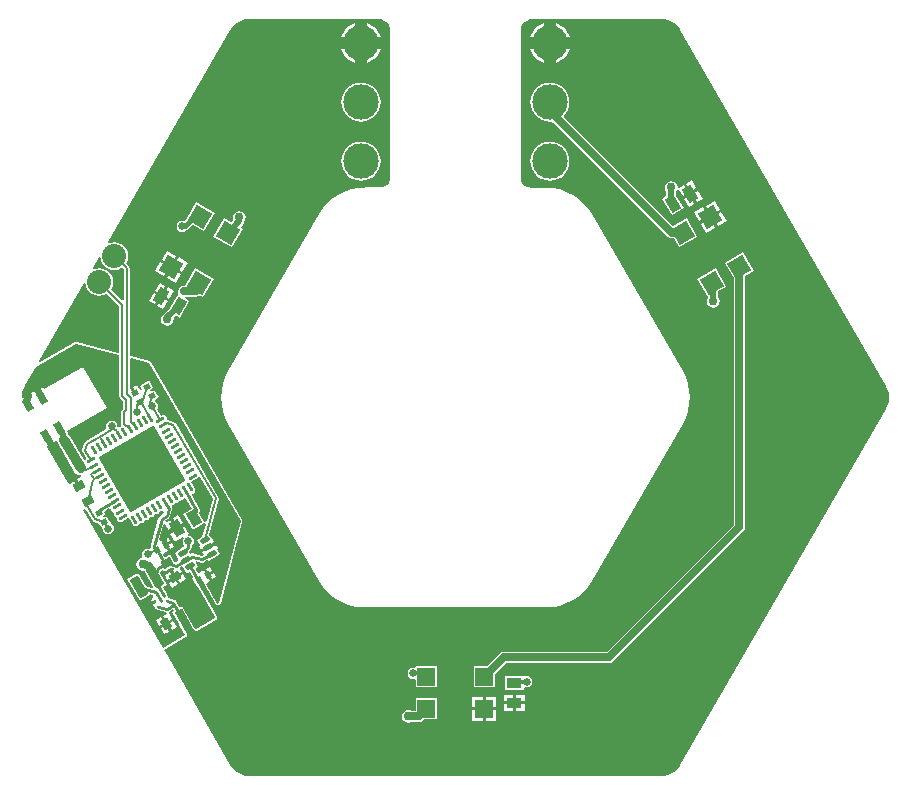
<source format=gtl>
G04*
G04 #@! TF.GenerationSoftware,Altium Limited,CircuitStudio,1.5.2 (30)*
G04*
G04 Layer_Physical_Order=1*
G04 Layer_Color=6120410*
%FSLAX24Y24*%
%MOIN*%
G70*
G01*
G75*
%ADD10R,0.0591X0.0591*%
G04:AMPARAMS|DCode=11|XSize=39.4mil|YSize=23.6mil|CornerRadius=0mil|HoleSize=0mil|Usage=FLASHONLY|Rotation=120.000|XOffset=0mil|YOffset=0mil|HoleType=Round|Shape=Rectangle|*
%AMROTATEDRECTD11*
4,1,4,0.0201,-0.0111,-0.0004,-0.0230,-0.0201,0.0111,0.0004,0.0230,0.0201,-0.0111,0.0*
%
%ADD11ROTATEDRECTD11*%

G04:AMPARAMS|DCode=12|XSize=51.2mil|YSize=33.5mil|CornerRadius=0mil|HoleSize=0mil|Usage=FLASHONLY|Rotation=120.000|XOffset=0mil|YOffset=0mil|HoleType=Round|Shape=Rectangle|*
%AMROTATEDRECTD12*
4,1,4,0.0273,-0.0138,-0.0017,-0.0305,-0.0273,0.0138,0.0017,0.0305,0.0273,-0.0138,0.0*
%
%ADD12ROTATEDRECTD12*%

G04:AMPARAMS|DCode=13|XSize=17.7mil|YSize=31.5mil|CornerRadius=0mil|HoleSize=0mil|Usage=FLASHONLY|Rotation=300.000|XOffset=0mil|YOffset=0mil|HoleType=Round|Shape=Rectangle|*
%AMROTATEDRECTD13*
4,1,4,-0.0181,-0.0002,0.0092,0.0155,0.0181,0.0002,-0.0092,-0.0155,-0.0181,-0.0002,0.0*
%
%ADD13ROTATEDRECTD13*%

G04:AMPARAMS|DCode=14|XSize=21.7mil|YSize=17.7mil|CornerRadius=0mil|HoleSize=0mil|Usage=FLASHONLY|Rotation=300.000|XOffset=0mil|YOffset=0mil|HoleType=Round|Shape=Rectangle|*
%AMROTATEDRECTD14*
4,1,4,-0.0131,0.0049,0.0023,0.0138,0.0131,-0.0049,-0.0023,-0.0138,-0.0131,0.0049,0.0*
%
%ADD14ROTATEDRECTD14*%

%ADD15C,0.0110*%
G04:AMPARAMS|DCode=16|XSize=35.4mil|YSize=27.6mil|CornerRadius=0mil|HoleSize=0mil|Usage=FLASHONLY|Rotation=120.000|XOffset=0mil|YOffset=0mil|HoleType=Round|Shape=Rectangle|*
%AMROTATEDRECTD16*
4,1,4,0.0208,-0.0085,-0.0031,-0.0222,-0.0208,0.0085,0.0031,0.0222,0.0208,-0.0085,0.0*
%
%ADD16ROTATEDRECTD16*%

G04:AMPARAMS|DCode=17|XSize=35.4mil|YSize=27.6mil|CornerRadius=0mil|HoleSize=0mil|Usage=FLASHONLY|Rotation=210.000|XOffset=0mil|YOffset=0mil|HoleType=Round|Shape=Rectangle|*
%AMROTATEDRECTD17*
4,1,4,0.0085,0.0208,0.0222,-0.0031,-0.0085,-0.0208,-0.0222,0.0031,0.0085,0.0208,0.0*
%
%ADD17ROTATEDRECTD17*%

G04:AMPARAMS|DCode=18|XSize=70.9mil|YSize=31.5mil|CornerRadius=0mil|HoleSize=0mil|Usage=FLASHONLY|Rotation=120.000|XOffset=0mil|YOffset=0mil|HoleType=Round|Shape=Rectangle|*
%AMROTATEDRECTD18*
4,1,4,0.0314,-0.0228,0.0041,-0.0386,-0.0314,0.0228,-0.0041,0.0386,0.0314,-0.0228,0.0*
%
%ADD18ROTATEDRECTD18*%

G04:AMPARAMS|DCode=19|XSize=21.7mil|YSize=17.7mil|CornerRadius=0mil|HoleSize=0mil|Usage=FLASHONLY|Rotation=30.000|XOffset=0mil|YOffset=0mil|HoleType=Round|Shape=Rectangle|*
%AMROTATEDRECTD19*
4,1,4,-0.0049,-0.0131,-0.0138,0.0023,0.0049,0.0131,0.0138,-0.0023,-0.0049,-0.0131,0.0*
%
%ADD19ROTATEDRECTD19*%

G04:AMPARAMS|DCode=20|XSize=9.8mil|YSize=35.4mil|CornerRadius=0mil|HoleSize=0mil|Usage=FLASHONLY|Rotation=120.000|XOffset=0mil|YOffset=0mil|HoleType=Round|Shape=Round|*
%AMOVALD20*
21,1,0.0256,0.0098,0.0000,0.0000,210.0*
1,1,0.0098,0.0111,0.0064*
1,1,0.0098,-0.0111,-0.0064*
%
%ADD20OVALD20*%

G04:AMPARAMS|DCode=21|XSize=9.8mil|YSize=35.4mil|CornerRadius=0mil|HoleSize=0mil|Usage=FLASHONLY|Rotation=30.000|XOffset=0mil|YOffset=0mil|HoleType=Round|Shape=Round|*
%AMOVALD21*
21,1,0.0256,0.0098,0.0000,0.0000,120.0*
1,1,0.0098,0.0064,-0.0111*
1,1,0.0098,-0.0064,0.0111*
%
%ADD21OVALD21*%

%ADD22P,0.3007X4X75.0*%
%ADD23P,0.0835X4X165.0*%
%ADD24P,0.0835X4X285.0*%
G04:AMPARAMS|DCode=25|XSize=51.2mil|YSize=33.5mil|CornerRadius=0mil|HoleSize=0mil|Usage=FLASHONLY|Rotation=240.000|XOffset=0mil|YOffset=0mil|HoleType=Round|Shape=Rectangle|*
%AMROTATEDRECTD25*
4,1,4,-0.0017,0.0305,0.0273,0.0138,0.0017,-0.0305,-0.0273,-0.0138,-0.0017,0.0305,0.0*
%
%ADD25ROTATEDRECTD25*%

%ADD26R,0.0512X0.0335*%
%ADD27C,0.0250*%
%ADD28C,0.0236*%
%ADD29C,0.0120*%
%ADD30C,0.0080*%
%ADD31C,0.0150*%
%ADD32C,0.0100*%
%ADD33C,0.0200*%
%ADD34C,0.0344*%
%ADD35C,0.1181*%
%ADD36C,0.0240*%
%ADD37C,0.0803*%
%ADD38C,0.0250*%
%ADD39C,0.0300*%
G36*
X367081Y340642D02*
X367495Y339926D01*
X367295Y339181D01*
X367283Y339176D01*
X367241Y339171D01*
X367224Y339168D01*
X367207Y339171D01*
X367202Y339171D01*
X367043Y339448D01*
X367066Y339535D01*
X367066Y339535D01*
X367069Y339579D01*
X367055Y339620D01*
X367055Y339620D01*
X366807Y340051D01*
X366818Y340078D01*
X366835Y340102D01*
X366868Y340113D01*
X366901Y340142D01*
X366920Y340181D01*
X366923Y340224D01*
X366909Y340266D01*
X366797Y340460D01*
X366790Y340497D01*
X366814Y340525D01*
X367009Y340638D01*
X367020Y340648D01*
X367081Y340642D01*
D02*
G37*
G36*
X362321Y341847D02*
X362344Y341779D01*
X362894Y340826D01*
X362954Y340757D01*
X363037Y340716D01*
X363110Y340711D01*
X363122Y340660D01*
X362977Y340577D01*
X363096Y340371D01*
X363009Y340321D01*
X362891Y340527D01*
X362735Y340437D01*
X362667Y340454D01*
X361975Y341654D01*
X361987Y341702D01*
X362266Y341863D01*
X362269Y341863D01*
X362321Y341847D01*
D02*
G37*
G36*
X364084Y339603D02*
X364108Y339586D01*
X364120Y339553D01*
X364148Y339520D01*
X364187Y339501D01*
X364206Y339450D01*
X364204Y339424D01*
X364218Y339382D01*
X364247Y339350D01*
X364270Y339338D01*
X364293Y339312D01*
X364304Y339279D01*
X364303Y339253D01*
X364317Y339212D01*
X364345Y339179D01*
X364384Y339160D01*
X364428Y339157D01*
X364469Y339171D01*
X364663Y339284D01*
X364700Y339291D01*
X364729Y339266D01*
X364841Y339072D01*
X364870Y339039D01*
X364909Y339020D01*
X364952Y339017D01*
X364993Y339031D01*
X365026Y339059D01*
X365045Y339098D01*
X365087Y339118D01*
X365122Y339115D01*
X365164Y339129D01*
X365196Y339158D01*
X365215Y339197D01*
X365267Y339215D01*
X365293Y339214D01*
X365334Y339228D01*
X365367Y339256D01*
X365386Y339295D01*
X365428Y339314D01*
X365463Y339312D01*
X365504Y339326D01*
X365537Y339355D01*
X365549Y339378D01*
X365590Y339413D01*
X365634Y339410D01*
X365675Y339424D01*
X365708Y339453D01*
X365727Y339492D01*
X365778Y339511D01*
X365804Y339509D01*
X365844Y339522D01*
X365853Y339518D01*
X365888Y339493D01*
X365874Y339443D01*
X365741Y339367D01*
X365708Y339338D01*
X365689Y339299D01*
Y339299D01*
X365446Y338391D01*
X365446Y338391D01*
X365443Y338348D01*
X365448Y338333D01*
X365424Y338290D01*
X365387Y338254D01*
X365331Y338265D01*
X365259Y338251D01*
X365198Y338210D01*
X365157Y338149D01*
X365143Y338077D01*
X365155Y338015D01*
X365147Y337989D01*
X365127Y337959D01*
X365089Y337951D01*
X365020Y337905D01*
X364974Y337835D01*
X364957Y337753D01*
X364974Y337672D01*
X365020Y337602D01*
X365089Y337556D01*
X365171Y337539D01*
X365202Y337545D01*
X365515Y337003D01*
X365485Y336963D01*
X365282Y337017D01*
X365026Y337460D01*
X364650Y337242D01*
X365064Y336525D01*
X365441Y336742D01*
X365441D01*
Y336742D01*
X365486Y336730D01*
X365512Y336723D01*
X365526Y336697D01*
X365515Y336644D01*
X365468Y336603D01*
X365441Y336548D01*
X365437Y336486D01*
X365440Y336476D01*
X365569Y336550D01*
X365619Y336464D01*
X365490Y336390D01*
X365497Y336382D01*
X365553Y336354D01*
X365576Y336328D01*
X365576Y336321D01*
X365590Y336278D01*
X365621Y336244D01*
X365662Y336223D01*
X365688Y336222D01*
X365954Y336150D01*
X365954Y336150D01*
X365957Y336150D01*
X365969Y336099D01*
X365857Y336034D01*
X365970Y335838D01*
X366133Y335932D01*
X366032Y336107D01*
X366035Y336136D01*
X366046Y336166D01*
X366184Y336246D01*
X366213Y336194D01*
X366139Y336151D01*
X366376Y335741D01*
X366376D01*
X366389Y335737D01*
X366593Y335385D01*
X365844Y334952D01*
X363194Y339542D01*
X363222Y339579D01*
X363232Y339584D01*
X363280Y339571D01*
X363498Y339193D01*
X363498Y339193D01*
X363525Y339163D01*
X363560Y339145D01*
X363713Y339104D01*
X363808Y338941D01*
X363808Y338941D01*
X363808Y338941D01*
X363843Y338904D01*
X363851Y338867D01*
X363892Y338806D01*
X363953Y338765D01*
X364025Y338751D01*
X364097Y338765D01*
X364158Y338806D01*
X364199Y338867D01*
X364214Y338939D01*
X364199Y339011D01*
X364158Y339073D01*
X364097Y339113D01*
X364097Y339114D01*
X363951Y339366D01*
X363848Y339307D01*
X363841Y339311D01*
X363839Y339368D01*
X363922Y339416D01*
X363887Y339476D01*
X363900Y339524D01*
X364057Y339615D01*
X364084Y339603D01*
D02*
G37*
G36*
X366638Y337436D02*
X366729Y337489D01*
X366831Y337313D01*
X366824Y337290D01*
X366824Y337290D01*
X366993Y336998D01*
X366993D01*
X367008Y336994D01*
X367581Y336002D01*
X367566Y335946D01*
X366950Y335591D01*
X366902Y335604D01*
X366711Y335934D01*
X366719Y335938D01*
X366482Y336349D01*
X366438Y336324D01*
X366390Y336337D01*
X366322Y336455D01*
X366322Y336455D01*
X366292Y336508D01*
X366292Y336508D01*
X366263Y336541D01*
X366243Y336550D01*
X366223Y336560D01*
X366223D01*
X366042Y336609D01*
X366018Y336620D01*
X366002Y336647D01*
X366005Y336693D01*
X365991Y336736D01*
X365973Y336756D01*
X365846Y336976D01*
X365986Y337057D01*
X365749Y337467D01*
X365768Y337536D01*
X365800Y337555D01*
X365848Y337542D01*
X365873Y337498D01*
X366113Y337637D01*
X366202Y337613D01*
X366209Y337559D01*
X366180Y337542D01*
X366274Y337379D01*
X366471Y337493D01*
X366408Y337601D01*
X366421Y337649D01*
X366492Y337690D01*
X366638Y337436D01*
D02*
G37*
G36*
X365383Y344452D02*
X368430Y339173D01*
X367698Y336441D01*
X367649Y336434D01*
X367280Y337074D01*
X367281Y337083D01*
X367282Y337091D01*
X367304Y337132D01*
X367304Y337132D01*
X367405Y337190D01*
X367301Y337371D01*
X367197Y337551D01*
X367083Y337485D01*
X367083Y337485D01*
Y337485D01*
X367082Y337485D01*
X367077Y337482D01*
D01*
X367077Y337482D01*
X367076Y337480D01*
X367058Y337464D01*
X366995Y337477D01*
X366941Y337571D01*
X366954Y337619D01*
X367015Y337654D01*
X366928Y337804D01*
X366958Y337844D01*
X367127Y337799D01*
X367127Y337799D01*
X367170Y337796D01*
X367170D01*
X367212Y337810D01*
X367212Y337810D01*
X367322Y337874D01*
X367370Y337861D01*
X367371Y337860D01*
X367748Y338077D01*
X367640Y338264D01*
X367674Y338284D01*
X367605Y338404D01*
X367382Y338275D01*
X367159Y338147D01*
X367206Y338065D01*
X367140Y338027D01*
X366835Y338109D01*
X366835Y338109D01*
X366794Y338112D01*
X366791Y338112D01*
X366791D01*
X366781Y338108D01*
X366757Y338100D01*
X366713Y338176D01*
X366770Y338232D01*
X366770Y338232D01*
X366794Y338269D01*
X366803Y338312D01*
Y338360D01*
X366824Y338374D01*
X366865Y338435D01*
X366879Y338507D01*
X366865Y338579D01*
X366824Y338640D01*
X366763Y338681D01*
X366691Y338696D01*
X366689Y338695D01*
X366672Y338743D01*
X366710Y338765D01*
X366557Y339030D01*
X366326Y338896D01*
X366094Y338763D01*
X366247Y338498D01*
X366499Y338643D01*
X366534Y338606D01*
X366516Y338579D01*
X366502Y338507D01*
X366516Y338435D01*
X366557Y338374D01*
X366543Y338323D01*
X366527Y338306D01*
X366233Y338137D01*
X366355Y337927D01*
X366352Y337876D01*
X366349Y337866D01*
X366277Y337825D01*
X366225Y337839D01*
X366086Y338078D01*
X365938Y337992D01*
X365890Y338005D01*
X365849Y338076D01*
X365854Y338083D01*
X365885Y338121D01*
X365885Y338121D01*
X365890Y338124D01*
X365891Y338124D01*
X365891Y338124D01*
X365891Y338125D01*
D01*
Y338125D01*
Y338125D01*
X366005Y338190D01*
X365901Y338371D01*
X365797Y338551D01*
X365764Y338532D01*
X365724Y338562D01*
X365860Y339069D01*
X365913Y339076D01*
X366044Y338849D01*
X366232Y338958D01*
X366079Y339223D01*
X365961Y339155D01*
X365914Y339185D01*
X365917Y339209D01*
X366027Y339272D01*
X366027Y339272D01*
X366059Y339301D01*
X366079Y339341D01*
Y339341D01*
X366139Y339566D01*
X366139Y339566D01*
X366142Y339610D01*
X366128Y339651D01*
X366128Y339651D01*
X366125Y339657D01*
X366136Y339684D01*
X366153Y339708D01*
X366186Y339720D01*
X366219Y339748D01*
X366238Y339787D01*
X366281Y339807D01*
X366316Y339804D01*
X366357Y339818D01*
X366390Y339847D01*
X366401Y339870D01*
X366443Y339905D01*
X366486Y339903D01*
X366527Y339917D01*
X366554Y339940D01*
X366583Y339942D01*
X366612Y339939D01*
X366809Y339598D01*
X366526Y339434D01*
X366841Y338887D01*
X367224Y339108D01*
X367269Y339082D01*
X367159Y338671D01*
X366966Y338560D01*
X367074Y338373D01*
X367040Y338353D01*
X367109Y338233D01*
X367332Y338362D01*
X367555Y338491D01*
X367486Y338611D01*
X367482Y338608D01*
X367433Y338621D01*
X367381Y338713D01*
X367703Y339914D01*
X367705Y339953D01*
X367692Y339991D01*
X366278Y342441D01*
X366252Y342471D01*
X366216Y342489D01*
X366015Y342543D01*
X365990Y342569D01*
X365979Y342598D01*
X365981Y342624D01*
X365967Y342665D01*
X365938Y342698D01*
X365899Y342717D01*
X365856Y342720D01*
X365815Y342706D01*
X365792Y342693D01*
X365654Y342933D01*
X365662Y342945D01*
X365676Y343017D01*
X365662Y343089D01*
X365621Y343150D01*
X365576Y343180D01*
X365572Y343231D01*
X365574Y343237D01*
X365699Y343309D01*
X365551Y343566D01*
X365453Y343510D01*
X365405Y343540D01*
X365406Y343549D01*
X365522Y343616D01*
X365373Y343873D01*
X365082Y343705D01*
X365159Y343571D01*
X365150Y343548D01*
X365094Y343544D01*
X364988Y343728D01*
X364851Y343649D01*
X364945Y343486D01*
X364859Y343436D01*
X364753Y343619D01*
X364733Y343630D01*
Y344585D01*
X364772Y344616D01*
X365383Y344452D01*
D02*
G37*
G36*
X363267Y347099D02*
X363275Y347035D01*
X363322Y346923D01*
X363396Y346826D01*
X363492Y346752D01*
X363605Y346706D01*
X363725Y346690D01*
X363846Y346706D01*
X363958Y346752D01*
X363973Y346764D01*
X364389Y346348D01*
Y344827D01*
X364349Y344797D01*
X362970Y345166D01*
X362921Y345159D01*
X361758Y344488D01*
X361722Y344523D01*
X363215Y347109D01*
X363267Y347099D01*
D02*
G37*
G36*
X382590Y355914D02*
X382731Y355871D01*
X382861Y355801D01*
X382975Y355708D01*
X383068Y355594D01*
X383091Y355551D01*
X383092Y355551D01*
X389945Y343682D01*
X389944Y343681D01*
X389944Y343681D01*
X389944Y343681D01*
X389991Y343594D01*
X390033Y343454D01*
X390048Y343307D01*
X390033Y343161D01*
X389991Y343020D01*
X389944Y342933D01*
X389944Y342933D01*
X389944Y342933D01*
X389945Y342932D01*
X383092Y331063D01*
X383091Y331063D01*
X383068Y331020D01*
X382975Y330906D01*
X382861Y330813D01*
X382731Y330743D01*
X382590Y330701D01*
X382452Y330687D01*
X382444Y330689D01*
X368737D01*
X368729Y330687D01*
X368591Y330701D01*
X368450Y330743D01*
X368320Y330813D01*
X368206Y330906D01*
X368113Y331020D01*
X368090Y331063D01*
X368089Y331063D01*
X365900Y334856D01*
X365876Y334896D01*
X366625Y335328D01*
X366655Y335368D01*
X366649Y335417D01*
X366461Y335743D01*
X366525Y335780D01*
X366386Y336020D01*
X366473Y336070D01*
X366611Y335830D01*
X366675Y335867D01*
X366845Y335571D01*
X366885Y335541D01*
X366933Y335528D01*
X366982Y335535D01*
X367598Y335890D01*
X367629Y335930D01*
Y335930D01*
X367643Y335985D01*
X367637Y336034D01*
X367078Y337002D01*
X367098Y337013D01*
X366994Y337193D01*
X367080Y337243D01*
X367192Y337050D01*
X367203Y337047D01*
X367229Y337031D01*
X367593Y336402D01*
X367603Y336394D01*
X367609Y336383D01*
X367622Y336379D01*
X367632Y336372D01*
X367645Y336373D01*
X367657Y336370D01*
X367707Y336376D01*
X367718Y336383D01*
X367731Y336385D01*
X367739Y336395D01*
X367750Y336401D01*
X367753Y336414D01*
X367761Y336424D01*
X368493Y339156D01*
X368487Y339206D01*
X365439Y344485D01*
X365399Y344515D01*
X364789Y344679D01*
X364785Y344678D01*
X364781Y344680D01*
X364742Y344705D01*
X364733Y344721D01*
Y347616D01*
X364725Y347655D01*
X364703Y347688D01*
X364617Y347774D01*
X364628Y347789D01*
X364675Y347901D01*
X364691Y348021D01*
X364675Y348142D01*
X364628Y348254D01*
X364554Y348351D01*
X364458Y348425D01*
X364346Y348471D01*
X364225Y348487D01*
X364105Y348471D01*
X364045Y348447D01*
X364010Y348486D01*
X368089Y355551D01*
X368090Y355551D01*
X368113Y355594D01*
X368206Y355708D01*
X368320Y355801D01*
X368450Y355871D01*
X368591Y355914D01*
X368729Y355927D01*
X368737Y355925D01*
X373002D01*
X373010Y355927D01*
X373110Y355914D01*
X373210Y355872D01*
X373296Y355806D01*
X373362Y355720D01*
X373404Y355620D01*
X373416Y355527D01*
X373413Y355512D01*
Y350631D01*
X373416Y350618D01*
X373406Y350547D01*
X373374Y350468D01*
X373322Y350401D01*
X373255Y350349D01*
X373176Y350317D01*
X373140Y350312D01*
X373139Y350312D01*
X373136Y350311D01*
X373090Y350307D01*
X373090D01*
X373042Y350307D01*
X372562D01*
X372541Y350303D01*
X372333Y350290D01*
X372108Y350245D01*
X371891Y350171D01*
X371686Y350070D01*
X371495Y349943D01*
X371323Y349792D01*
X371172Y349619D01*
X371046Y349430D01*
X371045Y349429D01*
X368016Y344183D01*
X368015Y344181D01*
X367915Y343977D01*
X367841Y343760D01*
X367796Y343536D01*
X367781Y343307D01*
X367796Y343078D01*
X367841Y342854D01*
X367915Y342637D01*
X368015Y342433D01*
X368016Y342431D01*
X371045Y337185D01*
X371046Y337184D01*
X371172Y336995D01*
X371323Y336823D01*
X371495Y336671D01*
X371686Y336544D01*
X371891Y336443D01*
X372108Y336369D01*
X372333Y336324D01*
X372560Y336310D01*
X372562Y336309D01*
X378619D01*
X378621Y336310D01*
X378848Y336324D01*
X379073Y336369D01*
X379290Y336443D01*
X379495Y336544D01*
X379686Y336671D01*
X379858Y336823D01*
X380009Y336995D01*
X380135Y337184D01*
X380136Y337185D01*
X383165Y342431D01*
X383166Y342433D01*
X383266Y342637D01*
X383340Y342854D01*
X383385Y343078D01*
X383400Y343307D01*
X383385Y343536D01*
X383340Y343760D01*
X383266Y343977D01*
X383166Y344181D01*
X383165Y344183D01*
X380136Y349429D01*
X380135Y349430D01*
X380009Y349619D01*
X379858Y349792D01*
X379686Y349943D01*
X379495Y350070D01*
X379290Y350171D01*
X379073Y350245D01*
X378848Y350290D01*
X378621Y350305D01*
X378619Y350305D01*
X378101D01*
X378089Y350307D01*
Y350307D01*
X378087Y350306D01*
X378005Y350317D01*
X377926Y350349D01*
X377859Y350401D01*
X377807Y350468D01*
X377775Y350547D01*
X377765Y350618D01*
X377768Y350631D01*
Y355512D01*
X377765Y355527D01*
X377777Y355620D01*
X377819Y355720D01*
X377885Y355806D01*
X377971Y355872D01*
X378071Y355914D01*
X378171Y355927D01*
X378179Y355925D01*
X382444D01*
X382452Y355927D01*
X382590Y355914D01*
D02*
G37*
G36*
X363767Y347965D02*
X363775Y347901D01*
X363822Y347789D01*
X363896Y347692D01*
X363992Y347618D01*
X364105Y347572D01*
X364225Y347556D01*
X364346Y347572D01*
X364458Y347618D01*
X364473Y347630D01*
X364529Y347574D01*
Y346561D01*
X364482Y346542D01*
X364117Y346908D01*
X364128Y346923D01*
X364175Y347035D01*
X364191Y347155D01*
X364175Y347276D01*
X364128Y347388D01*
X364054Y347485D01*
X363958Y347559D01*
X363846Y347605D01*
X363725Y347621D01*
X363605Y347605D01*
X363545Y347581D01*
X363510Y347620D01*
X363715Y347975D01*
X363767Y347965D01*
D02*
G37*
G36*
X364389Y344719D02*
Y343352D01*
X364396Y343313D01*
X364418Y343280D01*
X364522Y343176D01*
Y342928D01*
X364476Y342882D01*
X364454Y342849D01*
X364446Y342810D01*
Y342425D01*
X364454Y342386D01*
X364444Y342356D01*
X364438Y342354D01*
X364405Y342326D01*
X364357Y342323D01*
X364323Y342351D01*
X364308Y342423D01*
X364267Y342484D01*
X364206Y342525D01*
X364134Y342539D01*
X364062Y342525D01*
X364001Y342484D01*
X363960Y342423D01*
X363945Y342351D01*
X363960Y342278D01*
X363953Y342248D01*
X363681Y342091D01*
X363681Y342091D01*
X363267Y341852D01*
X363267Y341852D01*
X363237Y341826D01*
X363219Y341790D01*
X363157Y341556D01*
X363154Y341516D01*
X363167Y341478D01*
X363284Y341275D01*
X363275Y341239D01*
X363264Y341230D01*
X363203Y341236D01*
X362753Y342015D01*
X362692Y342085D01*
X362678Y342092D01*
X362667Y342141D01*
X362671Y342143D01*
X362641Y342195D01*
X363970Y342962D01*
X363182Y344326D01*
X361888Y343579D01*
X361838Y343666D01*
X361460Y343447D01*
X361486Y343403D01*
X361468Y343352D01*
X361433Y343343D01*
X361395Y343410D01*
X361178Y343284D01*
X361157Y343295D01*
X361134Y343317D01*
X361148Y343454D01*
X361190Y343594D01*
X361214Y343639D01*
X361237Y343681D01*
X361237Y343681D01*
X361237D01*
X361237Y343681D01*
X361237Y343681D01*
X361260Y343722D01*
X361609Y344327D01*
X362953Y345103D01*
X364389Y344719D01*
D02*
G37*
%LPC*%
G36*
X367532Y337447D02*
X367412Y337377D01*
X367491Y337240D01*
X367611Y337310D01*
X367532Y337447D01*
D02*
G37*
G36*
X366521Y337406D02*
X366324Y337293D01*
X366418Y337130D01*
X366614Y337244D01*
X366521Y337406D01*
D02*
G37*
G36*
X366093Y337492D02*
X365897Y337378D01*
X365991Y337216D01*
X366187Y337329D01*
X366093Y337492D01*
D02*
G37*
G36*
X367403Y337670D02*
X367283Y337601D01*
X367362Y337464D01*
X367482Y337533D01*
X367403Y337670D01*
D02*
G37*
G36*
X366003Y338670D02*
X365883Y338601D01*
X365962Y338464D01*
X366082Y338533D01*
X366003Y338670D01*
D02*
G37*
G36*
X366354Y339382D02*
X366166Y339273D01*
X366319Y339008D01*
X366507Y339117D01*
X366354Y339382D01*
D02*
G37*
G36*
X365811Y346623D02*
X365658Y346358D01*
X365846Y346249D01*
X365999Y346514D01*
X365811Y346623D01*
D02*
G37*
G36*
X366132Y338447D02*
X366012Y338377D01*
X366091Y338240D01*
X366211Y338310D01*
X366132Y338447D01*
D02*
G37*
G36*
X376505Y333328D02*
X376160D01*
Y332983D01*
X376505D01*
Y333328D01*
D02*
G37*
G36*
X374981Y333288D02*
X374271D01*
Y332866D01*
X374111D01*
X374098Y332875D01*
X374016Y332891D01*
X373934Y332875D01*
X373864Y332829D01*
X373818Y332759D01*
X373802Y332677D01*
X373818Y332595D01*
X373864Y332526D01*
X373934Y332479D01*
X374016Y332463D01*
X374098Y332479D01*
X374111Y332489D01*
X374370D01*
X374442Y332503D01*
X374503Y332544D01*
X374537Y332578D01*
X374981D01*
Y333288D01*
D02*
G37*
G36*
X377509Y333397D02*
X377203D01*
Y333180D01*
X377509D01*
Y333397D01*
D02*
G37*
G36*
X376950Y333328D02*
X376605D01*
Y332983D01*
X376950D01*
Y333328D01*
D02*
G37*
G36*
Y332883D02*
X376605D01*
Y332538D01*
X376950D01*
Y332883D01*
D02*
G37*
G36*
X376505D02*
X376160D01*
Y332538D01*
X376505D01*
Y332883D01*
D02*
G37*
G36*
X377915Y333080D02*
X377609D01*
Y332863D01*
X377915D01*
Y333080D01*
D02*
G37*
G36*
X377509D02*
X377203D01*
Y332863D01*
X377509D01*
Y333080D01*
D02*
G37*
G36*
X366183Y335845D02*
X366020Y335751D01*
X366134Y335554D01*
X366296Y335648D01*
X366183Y335845D01*
D02*
G37*
G36*
X365934Y335701D02*
X365771Y335607D01*
X365885Y335410D01*
X366047Y335504D01*
X365934Y335701D01*
D02*
G37*
G36*
X366237Y337243D02*
X366041Y337129D01*
X366134Y336966D01*
X366331Y337080D01*
X366237Y337243D01*
D02*
G37*
G36*
X365770Y335984D02*
X365607Y335890D01*
X365721Y335694D01*
X365884Y335788D01*
X365770Y335984D01*
D02*
G37*
G36*
X385187Y348144D02*
X384572Y347789D01*
X384868Y347275D01*
Y339072D01*
X380631Y334834D01*
X377205D01*
X377133Y334820D01*
X377071Y334779D01*
X376644Y334351D01*
X376200D01*
Y333641D01*
X376910D01*
Y334085D01*
X377283Y334457D01*
X380709D01*
X380781Y334471D01*
X380842Y334512D01*
X385190Y338861D01*
X385231Y338922D01*
X385234Y338934D01*
X385246Y338994D01*
Y347357D01*
X385542Y347529D01*
X385187Y348144D01*
D02*
G37*
G36*
X377915Y333397D02*
X377609D01*
Y333180D01*
X377915D01*
Y333397D01*
D02*
G37*
G36*
X374981Y334351D02*
X374271D01*
Y334331D01*
X374221Y334290D01*
X374191Y334296D01*
X374118Y334281D01*
X374057Y334240D01*
X374016Y334179D01*
X374002Y334107D01*
X374016Y334035D01*
X374057Y333974D01*
X374118Y333933D01*
X374191Y333918D01*
X374221Y333924D01*
X374271Y333883D01*
Y333641D01*
X374981D01*
Y334351D01*
D02*
G37*
G36*
X377875Y334027D02*
X377875Y334027D01*
X377243D01*
Y333572D01*
X377875D01*
Y333617D01*
X377925Y333654D01*
X377965Y333646D01*
X378037Y333661D01*
X378098Y333702D01*
X378139Y333763D01*
X378153Y333835D01*
X378139Y333907D01*
X378098Y333968D01*
X378037Y334009D01*
X377965Y334024D01*
X377925Y334016D01*
X377875Y334027D01*
Y334027D01*
D02*
G37*
G36*
X372441Y351835D02*
X372313Y351822D01*
X372191Y351785D01*
X372078Y351725D01*
X371979Y351643D01*
X371897Y351544D01*
X371837Y351431D01*
X371800Y351309D01*
X371787Y351181D01*
X371800Y351054D01*
X371837Y350931D01*
X371897Y350818D01*
X371979Y350719D01*
X372078Y350638D01*
X372191Y350577D01*
X372313Y350540D01*
X372441Y350527D01*
X372568Y350540D01*
X372691Y350577D01*
X372804Y350638D01*
X372903Y350719D01*
X372984Y350818D01*
X373045Y350931D01*
X373082Y351054D01*
X373095Y351181D01*
X373082Y351309D01*
X373045Y351431D01*
X372984Y351544D01*
X372903Y351643D01*
X372804Y351725D01*
X372691Y351785D01*
X372568Y351822D01*
X372441Y351835D01*
D02*
G37*
G36*
X378740D02*
X378613Y351822D01*
X378490Y351785D01*
X378377Y351725D01*
X378278Y351643D01*
X378197Y351544D01*
X378136Y351431D01*
X378099Y351309D01*
X378086Y351181D01*
X378099Y351054D01*
X378136Y350931D01*
X378197Y350818D01*
X378278Y350719D01*
X378377Y350638D01*
X378490Y350577D01*
X378613Y350540D01*
X378740Y350527D01*
X378868Y350540D01*
X378990Y350577D01*
X379103Y350638D01*
X379202Y350719D01*
X379284Y350818D01*
X379344Y350931D01*
X379381Y351054D01*
X379394Y351181D01*
X379381Y351309D01*
X379344Y351431D01*
X379284Y351544D01*
X379202Y351643D01*
X379103Y351725D01*
X378990Y351785D01*
X378868Y351822D01*
X378740Y351835D01*
D02*
G37*
G36*
X372441Y353803D02*
X372313Y353791D01*
X372191Y353754D01*
X372078Y353693D01*
X371979Y353612D01*
X371897Y353513D01*
X371837Y353400D01*
X371800Y353277D01*
X371787Y353150D01*
X371800Y353022D01*
X371837Y352899D01*
X371897Y352786D01*
X371979Y352687D01*
X372078Y352606D01*
X372191Y352546D01*
X372313Y352508D01*
X372441Y352496D01*
X372568Y352508D01*
X372691Y352546D01*
X372804Y352606D01*
X372903Y352687D01*
X372984Y352786D01*
X373045Y352899D01*
X373082Y353022D01*
X373095Y353150D01*
X373082Y353277D01*
X373045Y353400D01*
X372984Y353513D01*
X372903Y353612D01*
X372804Y353693D01*
X372691Y353754D01*
X372568Y353791D01*
X372441Y353803D01*
D02*
G37*
G36*
X383474Y350542D02*
X383285Y350434D01*
X383438Y350169D01*
X383626Y350277D01*
X383474Y350542D01*
D02*
G37*
G36*
X383402Y350032D02*
X383213Y349924D01*
X383366Y349659D01*
X383555Y349767D01*
X383402Y350032D01*
D02*
G37*
G36*
X383676Y350191D02*
X383488Y350082D01*
X383641Y349817D01*
X383829Y349926D01*
X383676Y350191D01*
D02*
G37*
G36*
X382791Y350521D02*
X382709Y350505D01*
X382639Y350458D01*
X382593Y350389D01*
X382576Y350307D01*
X382593Y350225D01*
X382627Y350173D01*
Y350008D01*
X382486Y349926D01*
X382801Y349379D01*
X383195Y349606D01*
X382954Y350024D01*
Y350173D01*
X382985Y350220D01*
X383012Y350225D01*
X383039Y350225D01*
X383163Y350010D01*
X383352Y350119D01*
X383199Y350384D01*
X383053Y350300D01*
X383044Y350301D01*
X383001Y350327D01*
X382988Y350389D01*
X382942Y350458D01*
X382873Y350505D01*
X382791Y350521D01*
D02*
G37*
G36*
X372244Y354921D02*
X371779D01*
X371800Y354853D01*
X371864Y354733D01*
X371950Y354627D01*
X372055Y354541D01*
X372175Y354477D01*
X372244Y354456D01*
Y354921D01*
D02*
G37*
G36*
X372638Y355780D02*
Y355315D01*
X373103D01*
X373082Y355384D01*
X373018Y355504D01*
X372932Y355609D01*
X372826Y355695D01*
X372706Y355759D01*
X372638Y355780D01*
D02*
G37*
G36*
X378543Y355780D02*
X378475Y355759D01*
X378355Y355695D01*
X378250Y355609D01*
X378163Y355504D01*
X378099Y355384D01*
X378078Y355315D01*
X378543D01*
Y355780D01*
D02*
G37*
G36*
X378937Y355780D02*
Y355315D01*
X379402D01*
X379381Y355384D01*
X379317Y355504D01*
X379231Y355609D01*
X379126Y355695D01*
X379006Y355759D01*
X378937Y355780D01*
D02*
G37*
G36*
X372244Y355780D02*
X372175Y355759D01*
X372055Y355695D01*
X371950Y355609D01*
X371864Y355504D01*
X371800Y355384D01*
X371779Y355315D01*
X372244D01*
Y355780D01*
D02*
G37*
G36*
X378543Y354921D02*
X378078D01*
X378099Y354853D01*
X378163Y354733D01*
X378250Y354627D01*
X378355Y354541D01*
X378475Y354477D01*
X378543Y354456D01*
Y354921D01*
D02*
G37*
G36*
X379402D02*
X378937D01*
Y354456D01*
X379006Y354477D01*
X379126Y354541D01*
X379231Y354627D01*
X379317Y354733D01*
X379381Y354853D01*
X379402Y354921D01*
D02*
G37*
G36*
X373103Y354921D02*
X372638D01*
Y354456D01*
X372706Y354477D01*
X372826Y354541D01*
X372932Y354627D01*
X373018Y354733D01*
X373082Y354853D01*
X373103Y354921D01*
D02*
G37*
G36*
X384237Y349869D02*
X383938Y349697D01*
X384111Y349398D01*
X384410Y349570D01*
X384237Y349869D01*
D02*
G37*
G36*
X366915Y347613D02*
X366584Y347039D01*
X366535D01*
X366535Y347039D01*
X366463Y347025D01*
X366402Y346984D01*
X366361Y346923D01*
X366347Y346850D01*
X366360Y346786D01*
X366355Y346779D01*
X366333Y346744D01*
X366333Y346744D01*
X366333Y346744D01*
X366330Y346737D01*
X366329Y346736D01*
Y346736D01*
X366304Y346693D01*
X366066Y346281D01*
X365875Y346090D01*
X365866Y346077D01*
X365839Y346059D01*
X365793Y345989D01*
X365776Y345907D01*
X365793Y345825D01*
X365839Y345756D01*
X365909Y345709D01*
X365991Y345693D01*
X366073Y345709D01*
X366142Y345756D01*
X366188Y345825D01*
X366205Y345907D01*
X366196Y345950D01*
X366287Y346041D01*
X366411Y345969D01*
X366727Y346516D01*
X366561Y346612D01*
X366575Y346662D01*
X366929D01*
X367001Y346676D01*
X367054Y346712D01*
X367175Y346642D01*
X367530Y347257D01*
X366915Y347613D01*
D02*
G37*
G36*
X366142Y347590D02*
X365970Y347291D01*
X366269Y347119D01*
X366441Y347418D01*
X366142Y347590D01*
D02*
G37*
G36*
X365757Y347813D02*
X365584Y347514D01*
X365883Y347341D01*
X366056Y347640D01*
X365757Y347813D01*
D02*
G37*
G36*
X365739Y347133D02*
X365586Y346868D01*
X365774Y346759D01*
X365927Y347024D01*
X365739Y347133D01*
D02*
G37*
G36*
X384266Y347613D02*
X383651Y347257D01*
X384006Y346642D01*
X383996Y346594D01*
X383993Y346589D01*
X383976Y346507D01*
X383993Y346425D01*
X384039Y346356D01*
X384109Y346309D01*
X384191Y346293D01*
X384272Y346309D01*
X384342Y346356D01*
X384388Y346425D01*
X384405Y346507D01*
X384388Y346589D01*
X384354Y346641D01*
Y346842D01*
X384622Y346997D01*
X384266Y347613D01*
D02*
G37*
G36*
X365536Y346781D02*
X365383Y346516D01*
X365571Y346408D01*
X365724Y346673D01*
X365536Y346781D01*
D02*
G37*
G36*
X366014Y346974D02*
X365861Y346709D01*
X366049Y346601D01*
X366202Y346865D01*
X366014Y346974D01*
D02*
G37*
G36*
X366365Y347976D02*
X366192Y347677D01*
X366491Y347504D01*
X366664Y347803D01*
X366365Y347976D01*
D02*
G37*
G36*
X368391Y349521D02*
X368309Y349505D01*
X368239Y349459D01*
X368193Y349389D01*
X368176Y349307D01*
X368193Y349225D01*
X368198Y349217D01*
X368123Y349142D01*
X367879Y349283D01*
X367524Y348668D01*
X368139Y348313D01*
X368495Y348928D01*
X368451Y348953D01*
X368445Y349003D01*
X368506Y349064D01*
X368541Y349117D01*
X368552Y349171D01*
X368588Y349225D01*
X368605Y349307D01*
X368588Y349389D01*
X368542Y349459D01*
X368472Y349505D01*
X368391Y349521D01*
D02*
G37*
G36*
X383851Y349647D02*
X383552Y349474D01*
X383725Y349175D01*
X384024Y349348D01*
X383851Y349647D01*
D02*
G37*
G36*
X366959Y349815D02*
X366652Y349284D01*
X366552Y349184D01*
X366491Y349196D01*
X366418Y349181D01*
X366357Y349140D01*
X366316Y349079D01*
X366302Y349007D01*
X366316Y348935D01*
X366357Y348874D01*
X366418Y348833D01*
X366491Y348818D01*
X366563Y348833D01*
X366624Y348874D01*
X366632Y348886D01*
X366667Y348910D01*
X366828Y349070D01*
X367219Y348844D01*
X367574Y349459D01*
X366959Y349815D01*
D02*
G37*
G36*
X384460Y349484D02*
X384161Y349311D01*
X384333Y349012D01*
X384632Y349185D01*
X384460Y349484D01*
D02*
G37*
G36*
X365979Y348199D02*
X365807Y347900D01*
X366106Y347727D01*
X366278Y348026D01*
X365979Y348199D01*
D02*
G37*
G36*
X378740Y353803D02*
X378613Y353791D01*
X378490Y353754D01*
X378377Y353693D01*
X378278Y353612D01*
X378197Y353513D01*
X378136Y353400D01*
X378099Y353277D01*
X378086Y353150D01*
X378099Y353022D01*
X378136Y352899D01*
X378197Y352786D01*
X378278Y352687D01*
X378377Y352606D01*
X378490Y352546D01*
X378613Y352508D01*
X378740Y352496D01*
X378826Y352504D01*
X382666Y348665D01*
X382728Y348624D01*
X382739Y348621D01*
X382800Y348609D01*
X382871D01*
X383042Y348313D01*
X383657Y348668D01*
X383302Y349283D01*
X382845Y349019D01*
X379201Y352663D01*
X379202Y352687D01*
X379284Y352786D01*
X379344Y352899D01*
X379381Y353022D01*
X379394Y353150D01*
X379381Y353277D01*
X379344Y353400D01*
X379284Y353513D01*
X379202Y353612D01*
X379103Y353693D01*
X378990Y353754D01*
X378868Y353791D01*
X378740Y353803D01*
D02*
G37*
G36*
X384074Y349261D02*
X383775Y349089D01*
X383948Y348789D01*
X384247Y348962D01*
X384074Y349261D01*
D02*
G37*
%LPD*%
D10*
X376555Y332933D02*
D03*
Y333996D02*
D03*
X374626D02*
D03*
Y332933D02*
D03*
D11*
X362388Y342277D02*
D03*
X361798Y343299D02*
D03*
X361354Y343043D02*
D03*
X361945Y342021D02*
D03*
D12*
X366880Y339274D02*
D03*
X366301Y338940D02*
D03*
X383420Y350100D02*
D03*
X382840Y349766D02*
D03*
D13*
X366752Y337674D02*
D03*
X366624Y337895D02*
D03*
X366496Y338117D02*
D03*
X367229Y338540D02*
D03*
X367357Y338319D02*
D03*
X367485Y338097D02*
D03*
D14*
X367344Y337396D02*
D03*
X367037Y337219D02*
D03*
X365944Y338396D02*
D03*
X365637Y338218D02*
D03*
D15*
X365889Y336678D02*
D03*
X365987Y336507D02*
D03*
X365791Y336507D02*
D03*
X365594Y336507D02*
D03*
X365692Y336337D02*
D03*
D16*
X365952Y335769D02*
D03*
X366429Y336045D02*
D03*
D17*
X366256Y337311D02*
D03*
X365980Y337788D02*
D03*
X363053Y340346D02*
D03*
X363328Y339868D02*
D03*
D18*
X365045Y336992D02*
D03*
X365591Y337307D02*
D03*
D19*
X363702Y339461D02*
D03*
X363879Y339154D02*
D03*
X364902Y343461D02*
D03*
X365079Y343154D02*
D03*
X365479Y343354D02*
D03*
X365302Y343661D02*
D03*
D20*
X363441Y341207D02*
D03*
X363540Y341036D02*
D03*
X363638Y340866D02*
D03*
X363736Y340695D02*
D03*
X363835Y340525D02*
D03*
X363933Y340355D02*
D03*
X364032Y340184D02*
D03*
X364130Y340014D02*
D03*
X364229Y339843D02*
D03*
X364327Y339673D02*
D03*
X364425Y339502D02*
D03*
X364524Y339332D02*
D03*
X366842Y340670D02*
D03*
X366744Y340841D02*
D03*
X366645Y341011D02*
D03*
X366547Y341182D02*
D03*
X366449Y341352D02*
D03*
X366350Y341523D02*
D03*
X366252Y341693D02*
D03*
X366153Y341864D02*
D03*
X366055Y342034D02*
D03*
X365956Y342205D02*
D03*
X365858Y342375D02*
D03*
X365760Y342546D02*
D03*
D21*
X364873Y339238D02*
D03*
X365044Y339336D02*
D03*
X365214Y339435D02*
D03*
X365385Y339533D02*
D03*
X365555Y339632D02*
D03*
X365726Y339730D02*
D03*
X365896Y339829D02*
D03*
X366067Y339927D02*
D03*
X366237Y340025D02*
D03*
X366408Y340124D02*
D03*
X366578Y340222D02*
D03*
X366749Y340321D02*
D03*
X365410Y342639D02*
D03*
X365240Y342541D02*
D03*
X365069Y342442D02*
D03*
X364899Y342344D02*
D03*
X364728Y342245D02*
D03*
X364558Y342147D02*
D03*
X364387Y342049D02*
D03*
X364217Y341950D02*
D03*
X364046Y341852D02*
D03*
X363876Y341753D02*
D03*
X363705Y341655D02*
D03*
X363535Y341556D02*
D03*
D22*
X365142Y340939D02*
D03*
D23*
X385057Y347659D02*
D03*
X384136Y347127D02*
D03*
X383172Y348798D02*
D03*
X384092Y349329D02*
D03*
D24*
X367089D02*
D03*
X368009Y348798D02*
D03*
X367045Y347127D02*
D03*
X366124Y347659D02*
D03*
D25*
X365793Y346691D02*
D03*
X366372Y346356D02*
D03*
D26*
X377559Y333799D02*
D03*
Y333130D02*
D03*
D27*
X382800Y348798D02*
X383172D01*
X378740Y352857D02*
X382800Y348798D01*
X378740Y352857D02*
Y353150D01*
X366429Y336045D02*
X366976Y335098D01*
X366535Y346850D02*
X366929D01*
X366535Y346850D02*
X366535Y346850D01*
X366929Y347012D02*
X367045Y347127D01*
X366929Y346850D02*
Y347012D01*
X374370Y332677D02*
X374626Y332933D01*
X374016Y332677D02*
X374370D01*
X380709Y334646D02*
X385057Y338994D01*
X377205Y334646D02*
X380709D01*
X376555Y333996D02*
X377205Y334646D01*
X365362Y337702D02*
X365591Y337307D01*
X365171Y337753D02*
X365362Y337702D01*
X385057Y338994D02*
Y347659D01*
D28*
X361280Y343173D02*
X361338Y343392D01*
X361288Y343479D02*
X361338Y343392D01*
X361280Y343173D02*
X361354Y343043D01*
X361574Y343687D02*
X361798Y343299D01*
X361945Y342021D02*
X362169Y341633D01*
D29*
X377595Y333835D02*
X377965D01*
X374515Y334107D02*
X374626Y333996D01*
X374191Y334107D02*
X374515D01*
X365884Y338500D02*
X365961Y338787D01*
X366250Y338953D01*
D30*
X364631Y343410D02*
Y347616D01*
X364225Y348021D02*
X364631Y347616D01*
X364491Y343352D02*
Y346390D01*
X363725Y347155D02*
X364491Y346390D01*
X364631Y343410D02*
X364764Y343276D01*
X364491Y343352D02*
X364624Y343218D01*
X364764Y342478D02*
Y343276D01*
Y342478D02*
X364899Y342344D01*
X364548Y342425D02*
X364728Y342245D01*
X364548Y342425D02*
Y342810D01*
X364624Y342886D02*
Y343218D01*
X364548Y342810D02*
X364624Y342886D01*
X364991Y342807D02*
Y343101D01*
X364995Y343105D01*
X365420Y343134D02*
X365488Y343017D01*
X365760Y342546D01*
X365858Y342375D02*
X365981Y342446D01*
X366189Y342390D02*
X367604Y339940D01*
X365981Y342446D02*
X366189Y342390D01*
X367229Y338540D02*
X367604Y339940D01*
X363255Y341529D02*
X363318Y341764D01*
X363732Y342003D01*
X364995Y343105D02*
X365079Y343154D01*
X364277Y342239D02*
X364387Y342049D01*
X364184Y342264D02*
X364277Y342239D01*
X364097Y342214D02*
X364134Y342351D01*
X363732Y342003D02*
X364097Y342214D01*
X363732Y342003D02*
X363876Y341753D01*
X365331Y338077D02*
X365596Y338230D01*
X363879Y339154D02*
X363999Y338946D01*
X363098Y340944D02*
X363291Y340893D01*
X363539Y340581D02*
X363736Y340695D01*
X363440Y340752D02*
X363539Y340581D01*
X363440Y340752D02*
X363638Y340866D01*
X363291Y340893D02*
X363540Y341036D01*
X365079Y343154D02*
X365182Y343213D01*
X365302Y343661D01*
X365420Y343134D02*
X365479Y343354D01*
X365119Y343143D02*
X365410Y342639D01*
X365079Y343154D02*
X365119Y343143D01*
X363255Y341529D02*
X363441Y341207D01*
X363252Y339824D02*
X363587Y339244D01*
X363328Y339868D02*
X363516Y340568D01*
X363871Y339168D02*
X363879Y339154D01*
X363587Y339244D02*
X363871Y339168D01*
X363252Y339824D02*
X363328Y339868D01*
D31*
X366570Y349007D02*
X366991Y349428D01*
X366491Y349007D02*
X366570D01*
X367037Y337219D02*
X367750Y335984D01*
X366991Y349428D02*
X367089Y349329D01*
D32*
X366691Y338312D02*
Y338507D01*
X366496Y338117D02*
X366691Y338312D01*
X365970Y339370D02*
X366031Y339595D01*
X365797Y339270D02*
X365970Y339370D01*
X365554Y338362D02*
X365797Y339270D01*
X365554Y338362D02*
X365637Y338218D01*
X365896Y339829D02*
X366031Y339595D01*
X363702Y339461D02*
X363727Y339553D01*
X364229Y339843D01*
X366880Y339274D02*
X366958Y339564D01*
X366578Y340222D02*
X366958Y339564D01*
X366806Y338001D02*
X367156Y337907D01*
X366624Y337895D02*
X366806Y338001D01*
X367156Y337907D02*
X367485Y338097D01*
X367011Y337226D02*
X367037Y337219D01*
X366752Y337674D02*
X367011Y337226D01*
X365868Y337818D02*
X365980Y337788D01*
X365637Y338218D02*
X365868Y337818D01*
X365980Y337788D02*
X366293Y337704D01*
X366624Y337895D01*
X365591Y337307D02*
X365672Y337610D01*
X365980Y337788D01*
X365570Y337230D02*
X365591Y337307D01*
X365570Y337230D02*
X365889Y336678D01*
X365045Y336992D02*
X365064Y336960D01*
X365614Y336812D01*
X365791Y336507D01*
X366225Y336399D02*
X366429Y336045D01*
X366194Y336452D02*
X366225Y336399D01*
X365983Y336259D02*
X366225Y336399D01*
X365692Y336337D02*
X365983Y336259D01*
X365987Y336507D02*
X366194Y336452D01*
D33*
X362498Y341984D02*
X362517Y342054D01*
X362388Y342277D02*
X362517Y342054D01*
X362498Y341984D02*
X362548Y341897D01*
X382791Y349816D02*
X382840Y349766D01*
X382791Y349816D02*
Y350307D01*
X384136Y347127D02*
X384191Y347073D01*
Y346507D02*
Y347073D01*
X365991Y345975D02*
X366372Y346356D01*
X365991Y345907D02*
Y345975D01*
X368009Y348798D02*
X368391Y349179D01*
Y349307D01*
D34*
X362548Y341897D02*
X363098Y340944D01*
D35*
X372441Y353150D02*
D03*
X378740D02*
D03*
Y351181D02*
D03*
X372441D02*
D03*
X378740Y355118D02*
D03*
X372441D02*
D03*
D36*
X365142Y340939D02*
D03*
X364492Y340564D02*
D03*
X364767Y341588D02*
D03*
X365791Y341314D02*
D03*
X365517Y340289D02*
D03*
X364867Y339914D02*
D03*
X366166Y340664D02*
D03*
X365416Y341963D02*
D03*
X364117Y341213D02*
D03*
D37*
X363725Y347155D02*
D03*
X364225Y348021D02*
D03*
D38*
X362452Y341264D02*
D03*
X362702Y340831D02*
D03*
X362202Y341697D02*
D03*
X364791Y338307D02*
D03*
X374191Y334107D02*
D03*
X377965Y333835D02*
D03*
X361791Y344107D02*
D03*
X363991Y344307D02*
D03*
X366991Y336307D02*
D03*
X366591Y336907D02*
D03*
X365991Y335307D02*
D03*
X364991Y342807D02*
D03*
X366491Y349007D02*
D03*
X366691Y338507D02*
D03*
X366535Y346850D02*
D03*
X365488Y343017D02*
D03*
X364134Y342351D02*
D03*
X365961Y338787D02*
D03*
X365331Y338077D02*
D03*
X364025Y338939D02*
D03*
X363045Y341837D02*
D03*
X363068Y342197D02*
D03*
X363501Y342447D02*
D03*
X363934Y342697D02*
D03*
X364367Y342947D02*
D03*
X364117Y343380D02*
D03*
X363867Y343813D02*
D03*
X363617Y344246D02*
D03*
X363367Y344679D02*
D03*
X362934Y344429D02*
D03*
X362501Y344179D02*
D03*
X362068Y343929D02*
D03*
X361635Y343679D02*
D03*
D39*
X374016Y332677D02*
D03*
X365171Y337753D02*
D03*
X382791Y350307D02*
D03*
X384191Y346507D02*
D03*
X365991Y345907D02*
D03*
X368391Y349307D02*
D03*
M02*

</source>
